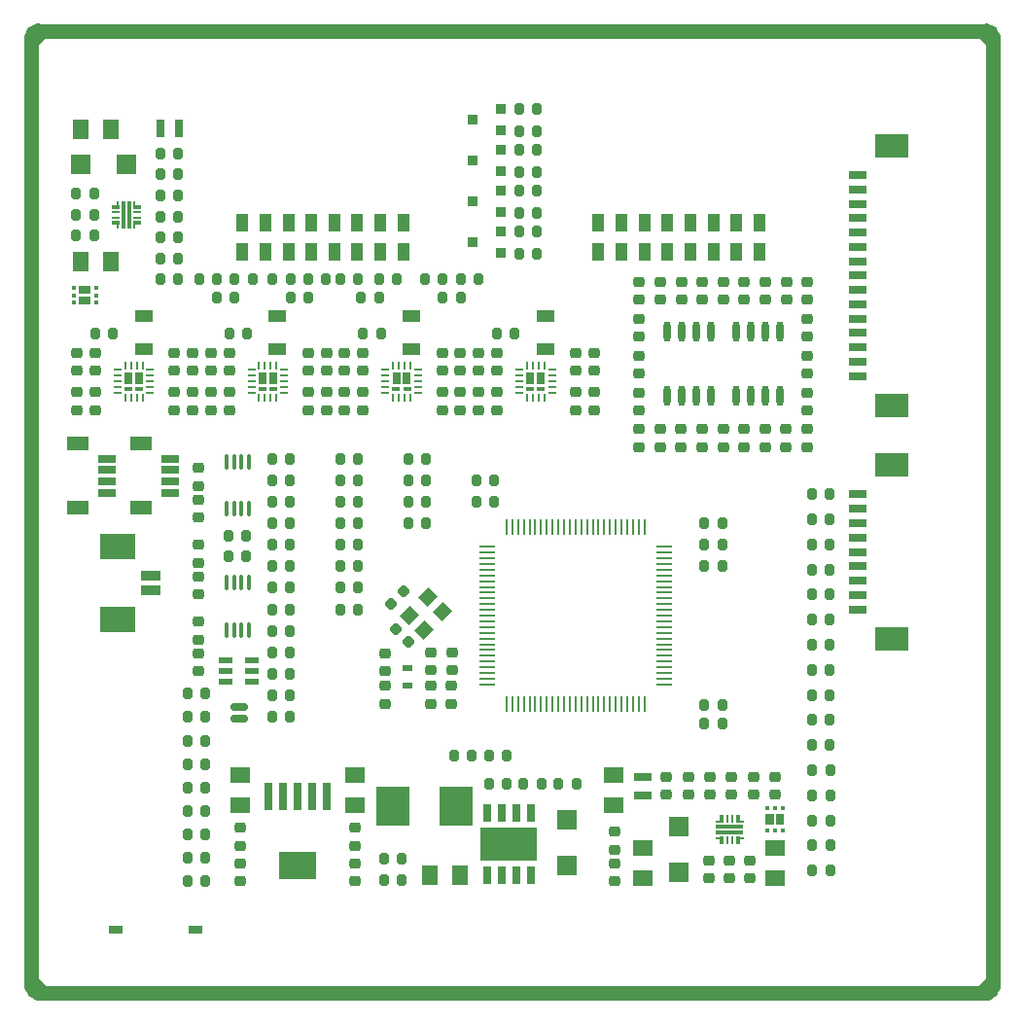
<source format=gbr>
G04*
G04 #@! TF.GenerationSoftware,Altium Limited,Altium Designer,24.1.2 (44)*
G04*
G04 Layer_Color=8421504*
%FSLAX44Y44*%
%MOMM*%
G71*
G04*
G04 #@! TF.SameCoordinates,178800DE-C825-426D-9C7D-1BE6540C9A12*
G04*
G04*
G04 #@! TF.FilePolarity,Positive*
G04*
G01*
G75*
%ADD23C,1.2300*%
G04:AMPARAMS|DCode=24|XSize=0.95mm|YSize=0.85mm|CornerRadius=0.2125mm|HoleSize=0mm|Usage=FLASHONLY|Rotation=270.000|XOffset=0mm|YOffset=0mm|HoleType=Round|Shape=RoundedRectangle|*
%AMROUNDEDRECTD24*
21,1,0.9500,0.4250,0,0,270.0*
21,1,0.5250,0.8500,0,0,270.0*
1,1,0.4250,-0.2125,-0.2625*
1,1,0.4250,-0.2125,0.2625*
1,1,0.4250,0.2125,0.2625*
1,1,0.4250,0.2125,-0.2625*
%
%ADD24ROUNDEDRECTD24*%
G04:AMPARAMS|DCode=25|XSize=1.4697mm|YSize=0.6mm|CornerRadius=0.15mm|HoleSize=0mm|Usage=FLASHONLY|Rotation=180.000|XOffset=0mm|YOffset=0mm|HoleType=Round|Shape=RoundedRectangle|*
%AMROUNDEDRECTD25*
21,1,1.4697,0.3000,0,0,180.0*
21,1,1.1697,0.6000,0,0,180.0*
1,1,0.3000,-0.5849,0.1500*
1,1,0.3000,0.5849,0.1500*
1,1,0.3000,0.5849,-0.1500*
1,1,0.3000,-0.5849,-0.1500*
%
%ADD25ROUNDEDRECTD25*%
G04:AMPARAMS|DCode=26|XSize=1.55mm|YSize=0.6mm|CornerRadius=0.03mm|HoleSize=0mm|Usage=FLASHONLY|Rotation=270.000|XOffset=0mm|YOffset=0mm|HoleType=Round|Shape=RoundedRectangle|*
%AMROUNDEDRECTD26*
21,1,1.5500,0.5400,0,0,270.0*
21,1,1.4900,0.6000,0,0,270.0*
1,1,0.0600,-0.2700,-0.7450*
1,1,0.0600,-0.2700,0.7450*
1,1,0.0600,0.2700,0.7450*
1,1,0.0600,0.2700,-0.7450*
%
%ADD26ROUNDEDRECTD26*%
%ADD27R,4.9000X2.9500*%
%ADD28R,3.0000X2.1000*%
%ADD29R,1.6000X0.8000*%
%ADD30R,0.9500X0.9000*%
G04:AMPARAMS|DCode=31|XSize=1.1mm|YSize=1.3mm|CornerRadius=0mm|HoleSize=0mm|Usage=FLASHONLY|Rotation=135.000|XOffset=0mm|YOffset=0mm|HoleType=Round|Shape=Rectangle|*
%AMROTATEDRECTD31*
4,1,4,0.8485,0.0707,-0.0707,-0.8485,-0.8485,-0.0707,0.0707,0.8485,0.8485,0.0707,0.0*
%
%ADD31ROTATEDRECTD31*%

%ADD32R,1.5000X1.0000*%
%ADD33R,1.8000X1.4000*%
%ADD34R,1.4000X1.8000*%
G04:AMPARAMS|DCode=35|XSize=0.95mm|YSize=0.85mm|CornerRadius=0.2125mm|HoleSize=0mm|Usage=FLASHONLY|Rotation=180.000|XOffset=0mm|YOffset=0mm|HoleType=Round|Shape=RoundedRectangle|*
%AMROUNDEDRECTD35*
21,1,0.9500,0.4250,0,0,180.0*
21,1,0.5250,0.8500,0,0,180.0*
1,1,0.4250,-0.2625,0.2125*
1,1,0.4250,0.2625,0.2125*
1,1,0.4250,0.2625,-0.2125*
1,1,0.4250,-0.2625,-0.2125*
%
%ADD35ROUNDEDRECTD35*%
G04:AMPARAMS|DCode=36|XSize=0.95mm|YSize=0.85mm|CornerRadius=0.2125mm|HoleSize=0mm|Usage=FLASHONLY|Rotation=315.000|XOffset=0mm|YOffset=0mm|HoleType=Round|Shape=RoundedRectangle|*
%AMROUNDEDRECTD36*
21,1,0.9500,0.4250,0,0,315.0*
21,1,0.5250,0.8500,0,0,315.0*
1,1,0.4250,0.0354,-0.3359*
1,1,0.4250,-0.3359,0.0354*
1,1,0.4250,-0.0354,0.3359*
1,1,0.4250,0.3359,-0.0354*
%
%ADD36ROUNDEDRECTD36*%
G04:AMPARAMS|DCode=37|XSize=0.95mm|YSize=0.85mm|CornerRadius=0.2125mm|HoleSize=0mm|Usage=FLASHONLY|Rotation=45.000|XOffset=0mm|YOffset=0mm|HoleType=Round|Shape=RoundedRectangle|*
%AMROUNDEDRECTD37*
21,1,0.9500,0.4250,0,0,45.0*
21,1,0.5250,0.8500,0,0,45.0*
1,1,0.4250,0.3359,0.0354*
1,1,0.4250,-0.0354,-0.3359*
1,1,0.4250,-0.3359,-0.0354*
1,1,0.4250,0.0354,0.3359*
%
%ADD37ROUNDEDRECTD37*%
%ADD38R,1.9050X1.2954*%
%ADD39R,1.5494X0.6604*%
%ADD40R,1.8000X1.8000*%
%ADD41R,1.8000X1.8000*%
%ADD42R,1.2000X0.6000*%
%ADD43R,1.0000X1.5000*%
%ADD44R,1.4732X0.2794*%
%ADD45R,0.2794X1.4732*%
%ADD46R,0.2500X0.6500*%
%ADD47R,0.3000X0.6500*%
%ADD48R,0.6500X0.2500*%
%ADD49R,2.4000X0.3000*%
%ADD50R,0.6500X0.3000*%
%ADD51R,0.3000X2.4000*%
%ADD52R,0.9000X0.6000*%
%ADD53R,1.7018X0.8128*%
%ADD54R,3.0988X2.2098*%
%ADD55R,0.3000X0.4500*%
%ADD56R,0.4500X0.3000*%
%ADD57R,2.9500X3.5000*%
%ADD58R,1.5000X0.7000*%
%ADD59R,1.5000X0.8000*%
%ADD60R,0.7000X1.5000*%
%ADD61R,0.8000X1.5000*%
%ADD62O,0.3500X1.4000*%
%ADD63R,0.6500X0.3000*%
%ADD64R,0.7000X1.0000*%
%ADD65R,0.6500X0.2286*%
%ADD66O,0.6000X1.8000*%
%ADD67R,1.2000X0.8000*%
G04:AMPARAMS|DCode=68|XSize=0.7mm|YSize=2.4mm|CornerRadius=0.049mm|HoleSize=0mm|Usage=FLASHONLY|Rotation=0.000|XOffset=0mm|YOffset=0mm|HoleType=Round|Shape=RoundedRectangle|*
%AMROUNDEDRECTD68*
21,1,0.7000,2.3020,0,0,0.0*
21,1,0.6020,2.4000,0,0,0.0*
1,1,0.0980,0.3010,-1.1510*
1,1,0.0980,-0.3010,-1.1510*
1,1,0.0980,-0.3010,1.1510*
1,1,0.0980,0.3010,1.1510*
%
%ADD68ROUNDEDRECTD68*%
G04:AMPARAMS|DCode=69|XSize=3.2mm|YSize=2.4mm|CornerRadius=0.048mm|HoleSize=0mm|Usage=FLASHONLY|Rotation=0.000|XOffset=0mm|YOffset=0mm|HoleType=Round|Shape=RoundedRectangle|*
%AMROUNDEDRECTD69*
21,1,3.2000,2.3040,0,0,0.0*
21,1,3.1040,2.4000,0,0,0.0*
1,1,0.0960,1.5520,-1.1520*
1,1,0.0960,-1.5520,-1.1520*
1,1,0.0960,-1.5520,1.1520*
1,1,0.0960,1.5520,1.1520*
%
%ADD69ROUNDEDRECTD69*%
G36*
X837997Y837997D02*
X837984Y830638D01*
X837837D01*
X830440Y838035D01*
X837959D01*
X837997Y837997D01*
D02*
G37*
G36*
X19362Y837984D02*
Y837837D01*
X11965Y830440D01*
Y837959D01*
X12003Y837997D01*
X19362Y837984D01*
D02*
G37*
G36*
X57484Y621488D02*
X57576Y621460D01*
X57661Y621415D01*
X57735Y621354D01*
X57796Y621279D01*
X57841Y621195D01*
X57869Y621103D01*
X57878Y621007D01*
Y614987D01*
X57869Y614892D01*
X57841Y614800D01*
X57796Y614715D01*
X57735Y614641D01*
X57661Y614580D01*
X57576Y614534D01*
X57484Y614507D01*
X57388Y614497D01*
X48368D01*
X48273Y614507D01*
X48181Y614534D01*
X48096Y614580D01*
X48022Y614641D01*
X47961Y614715D01*
X47916Y614800D01*
X47888Y614892D01*
X47878Y614987D01*
Y621007D01*
X47888Y621103D01*
X47916Y621195D01*
X47961Y621279D01*
X48022Y621354D01*
X48096Y621415D01*
X48181Y621460D01*
X48273Y621488D01*
X48368Y621497D01*
X57388D01*
X57484Y621488D01*
D02*
G37*
G36*
Y612488D02*
X57576Y612460D01*
X57661Y612415D01*
X57735Y612354D01*
X57796Y612279D01*
X57841Y612195D01*
X57869Y612103D01*
X57878Y612007D01*
Y605987D01*
X57869Y605892D01*
X57841Y605800D01*
X57796Y605715D01*
X57735Y605641D01*
X57661Y605580D01*
X57576Y605535D01*
X57484Y605507D01*
X57388Y605497D01*
X48368D01*
X48273Y605507D01*
X48181Y605535D01*
X48096Y605580D01*
X48022Y605641D01*
X47961Y605715D01*
X47916Y605800D01*
X47888Y605892D01*
X47878Y605987D01*
Y612007D01*
X47888Y612103D01*
X47916Y612195D01*
X47961Y612279D01*
X48022Y612354D01*
X48096Y612415D01*
X48181Y612460D01*
X48273Y612488D01*
X48368Y612497D01*
X57388D01*
X57484Y612488D01*
D02*
G37*
G36*
X661242Y162227D02*
X661333Y162199D01*
X661418Y162154D01*
X661492Y162093D01*
X661553Y162019D01*
X661599Y161934D01*
X661627Y161842D01*
X661636Y161747D01*
Y152727D01*
X661627Y152631D01*
X661599Y152539D01*
X661553Y152455D01*
X661492Y152380D01*
X661418Y152319D01*
X661333Y152274D01*
X661242Y152246D01*
X661146Y152237D01*
X655126D01*
X655030Y152246D01*
X654938Y152274D01*
X654854Y152319D01*
X654779Y152380D01*
X654718Y152455D01*
X654673Y152539D01*
X654645Y152631D01*
X654636Y152727D01*
Y161747D01*
X654645Y161842D01*
X654673Y161934D01*
X654718Y162019D01*
X654779Y162093D01*
X654854Y162154D01*
X654938Y162199D01*
X655030Y162227D01*
X655126Y162237D01*
X661146D01*
X661242Y162227D01*
D02*
G37*
G36*
X652242D02*
X652333Y162199D01*
X652418Y162154D01*
X652492Y162093D01*
X652553Y162019D01*
X652599Y161934D01*
X652626Y161842D01*
X652636Y161747D01*
Y152727D01*
X652626Y152631D01*
X652599Y152539D01*
X652553Y152455D01*
X652492Y152380D01*
X652418Y152319D01*
X652333Y152274D01*
X652242Y152246D01*
X652146Y152237D01*
X646126D01*
X646030Y152246D01*
X645938Y152274D01*
X645854Y152319D01*
X645779Y152380D01*
X645719Y152455D01*
X645673Y152539D01*
X645645Y152631D01*
X645636Y152727D01*
Y161747D01*
X645645Y161842D01*
X645673Y161934D01*
X645719Y162019D01*
X645779Y162093D01*
X645854Y162154D01*
X645938Y162199D01*
X646030Y162227D01*
X646126Y162237D01*
X652146D01*
X652242Y162227D01*
D02*
G37*
G36*
X437625Y122578D02*
X406625D01*
Y148578D01*
X437625D01*
Y122578D01*
D02*
G37*
G36*
X838035Y12041D02*
X837997Y12003D01*
X830638Y12016D01*
Y12163D01*
X838035Y19560D01*
Y12041D01*
D02*
G37*
G36*
X19560Y11965D02*
X12041D01*
X12003Y12003D01*
X12016Y19362D01*
X12163D01*
X19560Y11965D01*
D02*
G37*
D23*
X843653Y837997D02*
G03*
X838020Y843646I-5650J0D01*
G01*
X838003Y6347D02*
G03*
X843653Y11984I0J5650D01*
G01*
X6353Y11997D02*
G03*
X11991Y6347I5650J0D01*
G01*
X12003Y843647D02*
G03*
X6353Y838009I0J-5650D01*
G01*
X843653Y706779D02*
Y837971D01*
X843653Y696779D02*
X843653Y706779D01*
X843653Y426780D02*
Y696779D01*
X843653Y416780D02*
X843653Y426780D01*
X843653Y156780D02*
Y416780D01*
X843653Y146780D02*
X843653Y156780D01*
X843653Y11997D02*
Y146780D01*
X700857Y6347D02*
X833882D01*
X690857Y6347D02*
X700857Y6347D01*
X430857Y6347D02*
X690857D01*
X706321Y843646D02*
X838003D01*
X696321Y843646D02*
X706321Y843646D01*
X426322Y843646D02*
X696321D01*
X416322Y843647D02*
X426322Y843646D01*
X156323Y843647D02*
X416322D01*
X146323Y843647D02*
X156323Y843647D01*
X12021Y843647D02*
X146323D01*
X420857Y6347D02*
X430857Y6347D01*
X140858Y6347D02*
X150858Y6347D01*
X420857D01*
X12003Y6347D02*
X140858D01*
X6353Y705502D02*
Y837997D01*
X6353Y695502D02*
X6353Y705502D01*
X6353Y425503D02*
Y695502D01*
X6353Y415503D02*
X6353Y425503D01*
X6353Y155503D02*
Y415503D01*
X6353Y145503D02*
X6353Y155503D01*
X6353Y12022D02*
Y145503D01*
X833882Y6347D02*
X837978D01*
D24*
X607750Y377645D02*
D03*
X592250D02*
D03*
X701750Y134342D02*
D03*
X686250D02*
D03*
X434830Y188458D02*
D03*
X450330D02*
D03*
X404485D02*
D03*
X419985D02*
D03*
X118726Y682041D02*
D03*
X134226D02*
D03*
X118726Y645433D02*
D03*
X134226D02*
D03*
X118726Y718649D02*
D03*
X134226D02*
D03*
X134226Y736953D02*
D03*
X118726D02*
D03*
X134226Y627130D02*
D03*
X118726D02*
D03*
X134226Y663737D02*
D03*
X118726D02*
D03*
X45204Y683373D02*
D03*
X60704D02*
D03*
X275280Y414875D02*
D03*
X290780D02*
D03*
X275280Y433755D02*
D03*
X290780D02*
D03*
X275280Y396265D02*
D03*
X290780D02*
D03*
X275280Y377520D02*
D03*
X290780D02*
D03*
X275280Y452500D02*
D03*
X290780D02*
D03*
X275280Y358775D02*
D03*
X290780D02*
D03*
X275280Y340030D02*
D03*
X290780D02*
D03*
X393750Y452500D02*
D03*
X409250D02*
D03*
X430924Y756564D02*
D03*
X446424D02*
D03*
X430924Y721004D02*
D03*
X446424D02*
D03*
X430924Y685444D02*
D03*
X446424D02*
D03*
X430924Y649884D02*
D03*
X446424D02*
D03*
X430924Y775564D02*
D03*
X446424D02*
D03*
X430924Y740004D02*
D03*
X446424D02*
D03*
X430924Y704444D02*
D03*
X446424D02*
D03*
X430924Y668884D02*
D03*
X446424D02*
D03*
X193170Y403860D02*
D03*
X177670D02*
D03*
X193170Y386493D02*
D03*
X177670D02*
D03*
X216131Y433671D02*
D03*
X231631D02*
D03*
X216131Y414926D02*
D03*
X231631D02*
D03*
X216131Y377436D02*
D03*
X231631D02*
D03*
X216131Y396181D02*
D03*
X231631D02*
D03*
X216131Y452417D02*
D03*
X231631D02*
D03*
X216131Y321201D02*
D03*
X231631D02*
D03*
X231631Y471162D02*
D03*
X216131D02*
D03*
X216131Y302456D02*
D03*
X231631D02*
D03*
X216131Y358691D02*
D03*
X231631D02*
D03*
X231631Y339946D02*
D03*
X216131D02*
D03*
X231631Y283711D02*
D03*
X216131D02*
D03*
X231631Y264966D02*
D03*
X216131D02*
D03*
X231631Y246221D02*
D03*
X216131D02*
D03*
X157610D02*
D03*
X142110D02*
D03*
X157610Y266700D02*
D03*
X142110D02*
D03*
X157610Y123346D02*
D03*
X142110D02*
D03*
X142110Y164304D02*
D03*
X157610D02*
D03*
X142110Y143825D02*
D03*
X157610D02*
D03*
X142110Y225742D02*
D03*
X157610D02*
D03*
X142110Y205263D02*
D03*
X157610D02*
D03*
X142110Y184783D02*
D03*
X157610D02*
D03*
X349928Y415010D02*
D03*
X334428D02*
D03*
X349928Y433755D02*
D03*
X334428D02*
D03*
X349928Y452500D02*
D03*
X334428D02*
D03*
X349928Y471245D02*
D03*
X334428D02*
D03*
X686250Y156185D02*
D03*
X701750D02*
D03*
X701345Y221712D02*
D03*
X685845D02*
D03*
X686250Y178027D02*
D03*
X701750D02*
D03*
X701750Y112500D02*
D03*
X686250D02*
D03*
X686250Y199870D02*
D03*
X701750D02*
D03*
X701345Y287240D02*
D03*
X685845D02*
D03*
X685845Y243555D02*
D03*
X701345D02*
D03*
X685845Y265397D02*
D03*
X701345D02*
D03*
X685845Y309083D02*
D03*
X701345D02*
D03*
X685845Y330925D02*
D03*
X701345D02*
D03*
X685845Y352767D02*
D03*
X701345D02*
D03*
X685845Y374610D02*
D03*
X701345D02*
D03*
X685845Y396452D02*
D03*
X701345D02*
D03*
X685845Y418295D02*
D03*
X701345D02*
D03*
X118726Y700345D02*
D03*
X134226D02*
D03*
X275280Y471245D02*
D03*
X290780D02*
D03*
X685845Y440137D02*
D03*
X701345D02*
D03*
X465175Y188458D02*
D03*
X480675D02*
D03*
X328965Y122500D02*
D03*
X313465D02*
D03*
X313138Y104117D02*
D03*
X328638D02*
D03*
X60836Y701802D02*
D03*
X45336D02*
D03*
X60704Y665194D02*
D03*
X45204D02*
D03*
X77546Y580255D02*
D03*
X62046D02*
D03*
X167762Y627122D02*
D03*
X152262D02*
D03*
X194115Y580255D02*
D03*
X178615D02*
D03*
X231903Y627122D02*
D03*
X216403D02*
D03*
X231903Y611124D02*
D03*
X247403D02*
D03*
X167762D02*
D03*
X183262D02*
D03*
Y627122D02*
D03*
X198762D02*
D03*
X247403D02*
D03*
X262903D02*
D03*
X310683Y580255D02*
D03*
X295183D02*
D03*
X275308Y627122D02*
D03*
X290808D02*
D03*
X427252Y580255D02*
D03*
X411752D02*
D03*
X364467Y627122D02*
D03*
X348967D02*
D03*
X293359Y611124D02*
D03*
X308859D02*
D03*
X364467D02*
D03*
X379967D02*
D03*
X308859Y627122D02*
D03*
X324359D02*
D03*
X379967D02*
D03*
X395467D02*
D03*
X592250Y415000D02*
D03*
X607750D02*
D03*
X393576Y433755D02*
D03*
X409076D02*
D03*
X607750Y396322D02*
D03*
X592250D02*
D03*
Y257048D02*
D03*
X607750D02*
D03*
X419985Y212500D02*
D03*
X404485D02*
D03*
X607750Y240842D02*
D03*
X592250D02*
D03*
X389993Y212500D02*
D03*
X374493D02*
D03*
X157610Y102992D02*
D03*
X142110D02*
D03*
D25*
X187002Y244922D02*
D03*
X186999Y255082D02*
D03*
D26*
X441175Y162578D02*
D03*
X428475D02*
D03*
X415775D02*
D03*
X403075D02*
D03*
Y108578D02*
D03*
X415775D02*
D03*
X428475D02*
D03*
X441175D02*
D03*
D27*
X422125Y135578D02*
D03*
D28*
X755000Y517600D02*
D03*
Y743600D02*
D03*
Y465500D02*
D03*
Y314500D02*
D03*
D29*
X726000Y718100D02*
D03*
Y705600D02*
D03*
Y693100D02*
D03*
Y680600D02*
D03*
Y668100D02*
D03*
Y655600D02*
D03*
Y643100D02*
D03*
Y630600D02*
D03*
Y618100D02*
D03*
Y605600D02*
D03*
Y593100D02*
D03*
Y580600D02*
D03*
Y568100D02*
D03*
Y555600D02*
D03*
Y543100D02*
D03*
Y340000D02*
D03*
Y352500D02*
D03*
Y365000D02*
D03*
Y377500D02*
D03*
Y390000D02*
D03*
Y402500D02*
D03*
Y415000D02*
D03*
Y427500D02*
D03*
Y440000D02*
D03*
D30*
X415084Y756818D02*
D03*
X390084Y766318D02*
D03*
X415084Y775818D02*
D03*
Y721258D02*
D03*
X390084Y730758D02*
D03*
X415084Y740258D02*
D03*
Y685698D02*
D03*
X390084Y695198D02*
D03*
X415084Y704698D02*
D03*
Y650138D02*
D03*
X390084Y659638D02*
D03*
X415084Y669138D02*
D03*
D31*
X335031Y334344D02*
D03*
X351294Y350608D02*
D03*
X364022Y337880D02*
D03*
X347758Y321616D02*
D03*
D32*
X104000Y566527D02*
D03*
Y594990D02*
D03*
X220568Y566527D02*
D03*
Y594990D02*
D03*
X337137Y566527D02*
D03*
Y594990D02*
D03*
X453705Y566527D02*
D03*
Y594990D02*
D03*
D33*
X653636Y106258D02*
D03*
Y132258D02*
D03*
X538808Y106258D02*
D03*
Y132258D02*
D03*
X513198Y195360D02*
D03*
Y169360D02*
D03*
X287616Y195595D02*
D03*
Y169596D02*
D03*
X187794Y195595D02*
D03*
Y169596D02*
D03*
D34*
X379060Y108576D02*
D03*
X353060D02*
D03*
X49144Y642448D02*
D03*
X75144D02*
D03*
X49461Y757548D02*
D03*
X75461D02*
D03*
D35*
X634762Y194091D02*
D03*
Y178591D02*
D03*
X653636Y178591D02*
D03*
Y194091D02*
D03*
X578141Y178591D02*
D03*
Y194091D02*
D03*
X559267Y194091D02*
D03*
Y178591D02*
D03*
X615888Y194091D02*
D03*
Y178591D02*
D03*
X613953Y105953D02*
D03*
Y121453D02*
D03*
X535419Y481200D02*
D03*
Y496700D02*
D03*
X553740Y624970D02*
D03*
Y609470D02*
D03*
X571998Y496700D02*
D03*
Y481200D02*
D03*
X608702Y609470D02*
D03*
Y624970D02*
D03*
X590381Y609470D02*
D03*
Y624970D02*
D03*
X553708Y496700D02*
D03*
Y481200D02*
D03*
X663445Y481200D02*
D03*
Y496700D02*
D03*
X681984Y624970D02*
D03*
Y609470D02*
D03*
X626866Y496700D02*
D03*
Y481200D02*
D03*
X645343Y609470D02*
D03*
Y624970D02*
D03*
X627022Y609470D02*
D03*
Y624970D02*
D03*
X645155Y496700D02*
D03*
Y481200D02*
D03*
X597015Y178591D02*
D03*
Y194091D02*
D03*
X596169Y121453D02*
D03*
Y105953D02*
D03*
X631487Y121453D02*
D03*
Y105953D02*
D03*
X514452Y146403D02*
D03*
Y130903D02*
D03*
Y118492D02*
D03*
Y102992D02*
D03*
X287614Y149606D02*
D03*
Y134106D02*
D03*
X187792Y149606D02*
D03*
Y134106D02*
D03*
X287614Y118492D02*
D03*
Y102992D02*
D03*
X187792Y118492D02*
D03*
Y102992D02*
D03*
X45778Y547585D02*
D03*
Y563085D02*
D03*
X146691Y547585D02*
D03*
Y563085D02*
D03*
X61780Y547585D02*
D03*
Y563085D02*
D03*
X130863Y547585D02*
D03*
Y563085D02*
D03*
X162520Y547585D02*
D03*
Y563085D02*
D03*
X263260Y547585D02*
D03*
Y563085D02*
D03*
X178349Y547585D02*
D03*
Y563085D02*
D03*
X247431Y547585D02*
D03*
Y563085D02*
D03*
X61780Y528903D02*
D03*
Y513402D02*
D03*
X178349Y528903D02*
D03*
Y513402D02*
D03*
X45778D02*
D03*
Y528903D02*
D03*
X162520Y513402D02*
D03*
Y528903D02*
D03*
X146691D02*
D03*
Y513402D02*
D03*
X263260Y528903D02*
D03*
Y513402D02*
D03*
X130863Y528903D02*
D03*
Y513402D02*
D03*
X247431Y528903D02*
D03*
Y513402D02*
D03*
X279088Y547585D02*
D03*
Y563085D02*
D03*
X379828Y547585D02*
D03*
Y563085D02*
D03*
X294917Y547585D02*
D03*
Y563085D02*
D03*
X363999Y547585D02*
D03*
Y563085D02*
D03*
X395657Y547585D02*
D03*
Y563085D02*
D03*
X496316Y547585D02*
D03*
Y563085D02*
D03*
X411486Y547585D02*
D03*
Y563085D02*
D03*
X480568Y547585D02*
D03*
Y563085D02*
D03*
X294917Y528903D02*
D03*
Y513402D02*
D03*
X411486Y528903D02*
D03*
Y513402D02*
D03*
X279088D02*
D03*
Y528903D02*
D03*
X395657Y513402D02*
D03*
Y528903D02*
D03*
X496316D02*
D03*
Y513402D02*
D03*
X379828Y528903D02*
D03*
Y513402D02*
D03*
X363999Y528903D02*
D03*
Y513402D02*
D03*
X480568Y528903D02*
D03*
Y513402D02*
D03*
X535544Y577402D02*
D03*
Y592902D02*
D03*
X535544Y560835D02*
D03*
Y545335D02*
D03*
X535544Y609470D02*
D03*
Y624970D02*
D03*
X535544Y528768D02*
D03*
Y513268D02*
D03*
X590412Y496700D02*
D03*
Y481200D02*
D03*
X572185Y609470D02*
D03*
Y624970D02*
D03*
X681860Y545335D02*
D03*
Y560835D02*
D03*
X681860Y528768D02*
D03*
Y513268D02*
D03*
X681860Y577402D02*
D03*
Y592902D02*
D03*
X681860Y496700D02*
D03*
Y481200D02*
D03*
X608702Y496700D02*
D03*
Y481200D02*
D03*
X663789Y609470D02*
D03*
Y624970D02*
D03*
X151311Y462930D02*
D03*
Y447430D02*
D03*
Y395993D02*
D03*
Y380493D02*
D03*
Y435461D02*
D03*
Y419961D02*
D03*
Y368524D02*
D03*
Y353024D02*
D03*
X151943Y329055D02*
D03*
Y313555D02*
D03*
Y301586D02*
D03*
Y286087D02*
D03*
X353822Y302250D02*
D03*
Y286750D02*
D03*
X372364Y302250D02*
D03*
Y286750D02*
D03*
X314452Y257674D02*
D03*
Y273174D02*
D03*
X353822D02*
D03*
Y257674D02*
D03*
X372110Y273174D02*
D03*
Y257674D02*
D03*
X314452Y286122D02*
D03*
Y301622D02*
D03*
D36*
X319247Y344932D02*
D03*
X330207Y355892D02*
D03*
D37*
X334296Y311537D02*
D03*
X323336Y322497D02*
D03*
D38*
X101682Y484180D02*
D03*
Y428180D02*
D03*
X46412Y484180D02*
D03*
Y428180D02*
D03*
D39*
X127482Y471180D02*
D03*
Y461180D02*
D03*
Y451180D02*
D03*
Y441180D02*
D03*
X72212Y471180D02*
D03*
Y461180D02*
D03*
Y451180D02*
D03*
Y441180D02*
D03*
D40*
X570255Y150962D02*
D03*
Y110962D02*
D03*
X472159Y117101D02*
D03*
Y157102D02*
D03*
D41*
X89342Y727453D02*
D03*
X49342D02*
D03*
D42*
X175315Y295586D02*
D03*
Y286086D02*
D03*
Y276586D02*
D03*
X198315D02*
D03*
Y286086D02*
D03*
Y295586D02*
D03*
D43*
X190000Y651500D02*
D03*
Y676500D02*
D03*
X210000Y651500D02*
D03*
Y676500D02*
D03*
X230000Y651500D02*
D03*
Y676500D02*
D03*
X250000Y651500D02*
D03*
Y676500D02*
D03*
X270000Y651500D02*
D03*
Y676500D02*
D03*
X290000Y651500D02*
D03*
Y676500D02*
D03*
X310000Y651500D02*
D03*
Y676500D02*
D03*
X330000Y651500D02*
D03*
Y676500D02*
D03*
X500000Y651500D02*
D03*
Y676500D02*
D03*
X520000Y651500D02*
D03*
Y676500D02*
D03*
X540000Y651500D02*
D03*
Y676500D02*
D03*
X560000Y651500D02*
D03*
Y676500D02*
D03*
X580000Y651500D02*
D03*
Y676500D02*
D03*
X600000Y651500D02*
D03*
Y676500D02*
D03*
X620000Y651500D02*
D03*
Y676500D02*
D03*
X640000Y651500D02*
D03*
Y676500D02*
D03*
D44*
X402784Y394500D02*
D03*
Y389500D02*
D03*
Y384500D02*
D03*
Y379500D02*
D03*
Y374500D02*
D03*
Y369500D02*
D03*
Y364500D02*
D03*
Y359500D02*
D03*
Y354500D02*
D03*
Y349500D02*
D03*
Y344500D02*
D03*
Y339500D02*
D03*
Y334500D02*
D03*
Y329500D02*
D03*
Y324500D02*
D03*
Y319500D02*
D03*
Y314500D02*
D03*
Y309500D02*
D03*
Y304500D02*
D03*
Y299500D02*
D03*
Y294500D02*
D03*
Y289500D02*
D03*
Y284500D02*
D03*
Y279500D02*
D03*
Y274500D02*
D03*
X557216D02*
D03*
Y279500D02*
D03*
Y284500D02*
D03*
Y289500D02*
D03*
Y294500D02*
D03*
Y299500D02*
D03*
Y304500D02*
D03*
Y309500D02*
D03*
Y314500D02*
D03*
Y319500D02*
D03*
Y324500D02*
D03*
Y329500D02*
D03*
Y334500D02*
D03*
Y339500D02*
D03*
Y344500D02*
D03*
Y349500D02*
D03*
Y354500D02*
D03*
Y359500D02*
D03*
Y364500D02*
D03*
Y369500D02*
D03*
Y374500D02*
D03*
Y379500D02*
D03*
Y384500D02*
D03*
Y389500D02*
D03*
Y394500D02*
D03*
D45*
X420000Y257284D02*
D03*
X425000D02*
D03*
X430000D02*
D03*
X435000D02*
D03*
X440000D02*
D03*
X445000D02*
D03*
X450000D02*
D03*
X455000D02*
D03*
X460000D02*
D03*
X465000D02*
D03*
X470000D02*
D03*
X475000D02*
D03*
X480000D02*
D03*
X485000D02*
D03*
X490000D02*
D03*
X495000D02*
D03*
X500000D02*
D03*
X505000D02*
D03*
X510000D02*
D03*
X515000D02*
D03*
X520000D02*
D03*
X525000D02*
D03*
X530000D02*
D03*
X535000D02*
D03*
X540000D02*
D03*
Y411716D02*
D03*
X535000D02*
D03*
X530000D02*
D03*
X525000D02*
D03*
X520000D02*
D03*
X515000D02*
D03*
X510000D02*
D03*
X505000D02*
D03*
X500000D02*
D03*
X495000D02*
D03*
X490000D02*
D03*
X485000D02*
D03*
X480000D02*
D03*
X475000D02*
D03*
X470000D02*
D03*
X465000D02*
D03*
X460000D02*
D03*
X455000D02*
D03*
X450000D02*
D03*
X445000D02*
D03*
X440000D02*
D03*
X435000D02*
D03*
X430000D02*
D03*
X425000D02*
D03*
X420000D02*
D03*
D46*
X616447Y157187D02*
D03*
X611955Y157217D02*
D03*
X616447Y138717D02*
D03*
X611955D02*
D03*
X96169Y674510D02*
D03*
X81699D02*
D03*
X81699Y692010D02*
D03*
X96199D02*
D03*
X88001Y552437D02*
D03*
Y524237D02*
D03*
X93001D02*
D03*
X98001D02*
D03*
X103001D02*
D03*
X93001Y552437D02*
D03*
X98001D02*
D03*
X103001D02*
D03*
X204570D02*
D03*
Y524237D02*
D03*
X209570D02*
D03*
X214570D02*
D03*
X219570D02*
D03*
X209570Y552437D02*
D03*
X214570D02*
D03*
X219570D02*
D03*
X321138D02*
D03*
Y524237D02*
D03*
X326138D02*
D03*
X331138D02*
D03*
X336138D02*
D03*
X326138Y552437D02*
D03*
X331138D02*
D03*
X336138D02*
D03*
X437707D02*
D03*
Y524237D02*
D03*
X442707D02*
D03*
X447707D02*
D03*
X452707D02*
D03*
X442707Y552437D02*
D03*
X447707D02*
D03*
X452707D02*
D03*
D47*
X621203Y157188D02*
D03*
X607203Y138717D02*
D03*
Y157217D02*
D03*
X621203Y138717D02*
D03*
D48*
X622953Y155188D02*
D03*
Y140717D02*
D03*
X605453Y140717D02*
D03*
Y155217D02*
D03*
X98169Y681016D02*
D03*
X98199Y685508D02*
D03*
X79699Y681016D02*
D03*
Y685508D02*
D03*
X81251Y528337D02*
D03*
Y533337D02*
D03*
Y543337D02*
D03*
Y548337D02*
D03*
X109752D02*
D03*
Y543337D02*
D03*
Y538337D02*
D03*
Y533337D02*
D03*
Y528337D02*
D03*
X197820D02*
D03*
Y533337D02*
D03*
Y543337D02*
D03*
Y548337D02*
D03*
X226320D02*
D03*
Y543337D02*
D03*
Y538337D02*
D03*
Y533337D02*
D03*
Y528337D02*
D03*
X314389D02*
D03*
Y533337D02*
D03*
Y543337D02*
D03*
Y548337D02*
D03*
X342888D02*
D03*
Y543337D02*
D03*
Y538337D02*
D03*
Y533337D02*
D03*
Y528337D02*
D03*
X430957D02*
D03*
Y533337D02*
D03*
Y543337D02*
D03*
Y548337D02*
D03*
X459457D02*
D03*
Y543337D02*
D03*
Y538337D02*
D03*
Y533337D02*
D03*
Y528337D02*
D03*
D49*
X614214Y145458D02*
D03*
X614203Y150458D02*
D03*
D50*
X98169Y676260D02*
D03*
X79699Y690260D02*
D03*
X98199D02*
D03*
X79699Y676260D02*
D03*
D51*
X86440Y683249D02*
D03*
X91440Y683260D02*
D03*
D52*
X334010Y289172D02*
D03*
Y273172D02*
D03*
D53*
X110325Y369470D02*
D03*
Y356970D02*
D03*
D54*
X81325Y394970D02*
D03*
Y331470D02*
D03*
D55*
X660136Y147487D02*
D03*
X653636D02*
D03*
X647136D02*
D03*
Y166987D02*
D03*
X653636D02*
D03*
X660136D02*
D03*
D56*
X62628Y619997D02*
D03*
Y613497D02*
D03*
Y606997D02*
D03*
X43128D02*
D03*
Y613497D02*
D03*
Y619997D02*
D03*
D57*
X321215Y168676D02*
D03*
X375715D02*
D03*
D58*
X538230Y177699D02*
D03*
D59*
Y193699D02*
D03*
D60*
X118675Y758807D02*
D03*
D61*
X134675D02*
D03*
D62*
X195806Y468524D02*
D03*
X189306D02*
D03*
X182806D02*
D03*
X176306D02*
D03*
X195806Y427524D02*
D03*
X189306D02*
D03*
X182806D02*
D03*
X176306D02*
D03*
X195806Y362999D02*
D03*
X189306D02*
D03*
X182806D02*
D03*
X176306D02*
D03*
X195806Y321999D02*
D03*
X189306D02*
D03*
X182806D02*
D03*
X176306D02*
D03*
D63*
X90752Y531834D02*
D03*
X100252D02*
D03*
X207320D02*
D03*
X216820D02*
D03*
X323889D02*
D03*
X333388D02*
D03*
X440457D02*
D03*
X449957D02*
D03*
D64*
X91002Y541337D02*
D03*
X100001D02*
D03*
X207570D02*
D03*
X216570D02*
D03*
X324138D02*
D03*
X333139D02*
D03*
X440707D02*
D03*
X449707D02*
D03*
D65*
X81251Y538337D02*
D03*
X197820D02*
D03*
X314389D02*
D03*
X430957D02*
D03*
D66*
X598170Y582065D02*
D03*
X585470D02*
D03*
X572770D02*
D03*
X560070D02*
D03*
X598170Y525565D02*
D03*
X585470D02*
D03*
X572770D02*
D03*
X560070D02*
D03*
X619760Y525565D02*
D03*
X632460D02*
D03*
X645160D02*
D03*
X657860D02*
D03*
X619760Y582065D02*
D03*
X632460D02*
D03*
X645160D02*
D03*
X657860D02*
D03*
D67*
X149300Y60960D02*
D03*
X79300D02*
D03*
D68*
X263228Y177182D02*
D03*
X250528D02*
D03*
X237828D02*
D03*
X225128D02*
D03*
X212428D02*
D03*
D69*
X237828Y116682D02*
D03*
M02*

</source>
